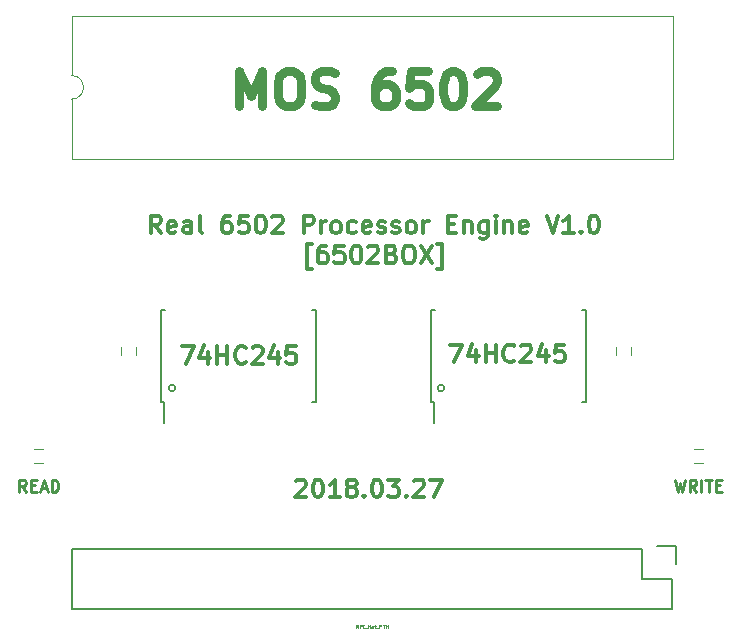
<source format=gbr>
G04 #@! TF.FileFunction,Legend,Top*
%FSLAX46Y46*%
G04 Gerber Fmt 4.6, Leading zero omitted, Abs format (unit mm)*
G04 Created by KiCad (PCBNEW 4.0.7) date 03/27/18 19:59:39*
%MOMM*%
%LPD*%
G01*
G04 APERTURE LIST*
%ADD10C,0.100000*%
%ADD11C,0.300000*%
%ADD12C,0.250000*%
%ADD13C,0.200000*%
%ADD14C,0.750000*%
%ADD15C,0.150000*%
%ADD16C,0.120000*%
%ADD17C,0.030000*%
G04 APERTURE END LIST*
D10*
D11*
X160227144Y-106255429D02*
X160298573Y-106184000D01*
X160441430Y-106112571D01*
X160798573Y-106112571D01*
X160941430Y-106184000D01*
X161012859Y-106255429D01*
X161084287Y-106398286D01*
X161084287Y-106541143D01*
X161012859Y-106755429D01*
X160155716Y-107612571D01*
X161084287Y-107612571D01*
X162012858Y-106112571D02*
X162155715Y-106112571D01*
X162298572Y-106184000D01*
X162370001Y-106255429D01*
X162441430Y-106398286D01*
X162512858Y-106684000D01*
X162512858Y-107041143D01*
X162441430Y-107326857D01*
X162370001Y-107469714D01*
X162298572Y-107541143D01*
X162155715Y-107612571D01*
X162012858Y-107612571D01*
X161870001Y-107541143D01*
X161798572Y-107469714D01*
X161727144Y-107326857D01*
X161655715Y-107041143D01*
X161655715Y-106684000D01*
X161727144Y-106398286D01*
X161798572Y-106255429D01*
X161870001Y-106184000D01*
X162012858Y-106112571D01*
X163941429Y-107612571D02*
X163084286Y-107612571D01*
X163512858Y-107612571D02*
X163512858Y-106112571D01*
X163370001Y-106326857D01*
X163227143Y-106469714D01*
X163084286Y-106541143D01*
X164798572Y-106755429D02*
X164655714Y-106684000D01*
X164584286Y-106612571D01*
X164512857Y-106469714D01*
X164512857Y-106398286D01*
X164584286Y-106255429D01*
X164655714Y-106184000D01*
X164798572Y-106112571D01*
X165084286Y-106112571D01*
X165227143Y-106184000D01*
X165298572Y-106255429D01*
X165370000Y-106398286D01*
X165370000Y-106469714D01*
X165298572Y-106612571D01*
X165227143Y-106684000D01*
X165084286Y-106755429D01*
X164798572Y-106755429D01*
X164655714Y-106826857D01*
X164584286Y-106898286D01*
X164512857Y-107041143D01*
X164512857Y-107326857D01*
X164584286Y-107469714D01*
X164655714Y-107541143D01*
X164798572Y-107612571D01*
X165084286Y-107612571D01*
X165227143Y-107541143D01*
X165298572Y-107469714D01*
X165370000Y-107326857D01*
X165370000Y-107041143D01*
X165298572Y-106898286D01*
X165227143Y-106826857D01*
X165084286Y-106755429D01*
X166012857Y-107469714D02*
X166084285Y-107541143D01*
X166012857Y-107612571D01*
X165941428Y-107541143D01*
X166012857Y-107469714D01*
X166012857Y-107612571D01*
X167012857Y-106112571D02*
X167155714Y-106112571D01*
X167298571Y-106184000D01*
X167370000Y-106255429D01*
X167441429Y-106398286D01*
X167512857Y-106684000D01*
X167512857Y-107041143D01*
X167441429Y-107326857D01*
X167370000Y-107469714D01*
X167298571Y-107541143D01*
X167155714Y-107612571D01*
X167012857Y-107612571D01*
X166870000Y-107541143D01*
X166798571Y-107469714D01*
X166727143Y-107326857D01*
X166655714Y-107041143D01*
X166655714Y-106684000D01*
X166727143Y-106398286D01*
X166798571Y-106255429D01*
X166870000Y-106184000D01*
X167012857Y-106112571D01*
X168012857Y-106112571D02*
X168941428Y-106112571D01*
X168441428Y-106684000D01*
X168655714Y-106684000D01*
X168798571Y-106755429D01*
X168870000Y-106826857D01*
X168941428Y-106969714D01*
X168941428Y-107326857D01*
X168870000Y-107469714D01*
X168798571Y-107541143D01*
X168655714Y-107612571D01*
X168227142Y-107612571D01*
X168084285Y-107541143D01*
X168012857Y-107469714D01*
X169584285Y-107469714D02*
X169655713Y-107541143D01*
X169584285Y-107612571D01*
X169512856Y-107541143D01*
X169584285Y-107469714D01*
X169584285Y-107612571D01*
X170227142Y-106255429D02*
X170298571Y-106184000D01*
X170441428Y-106112571D01*
X170798571Y-106112571D01*
X170941428Y-106184000D01*
X171012857Y-106255429D01*
X171084285Y-106398286D01*
X171084285Y-106541143D01*
X171012857Y-106755429D01*
X170155714Y-107612571D01*
X171084285Y-107612571D01*
X171584285Y-106112571D02*
X172584285Y-106112571D01*
X171941428Y-107612571D01*
X150555144Y-94809571D02*
X151555144Y-94809571D01*
X150912287Y-96309571D01*
X152769429Y-95309571D02*
X152769429Y-96309571D01*
X152412286Y-94738143D02*
X152055143Y-95809571D01*
X152983715Y-95809571D01*
X153555143Y-96309571D02*
X153555143Y-94809571D01*
X153555143Y-95523857D02*
X154412286Y-95523857D01*
X154412286Y-96309571D02*
X154412286Y-94809571D01*
X155983715Y-96166714D02*
X155912286Y-96238143D01*
X155698000Y-96309571D01*
X155555143Y-96309571D01*
X155340858Y-96238143D01*
X155198000Y-96095286D01*
X155126572Y-95952429D01*
X155055143Y-95666714D01*
X155055143Y-95452429D01*
X155126572Y-95166714D01*
X155198000Y-95023857D01*
X155340858Y-94881000D01*
X155555143Y-94809571D01*
X155698000Y-94809571D01*
X155912286Y-94881000D01*
X155983715Y-94952429D01*
X156555143Y-94952429D02*
X156626572Y-94881000D01*
X156769429Y-94809571D01*
X157126572Y-94809571D01*
X157269429Y-94881000D01*
X157340858Y-94952429D01*
X157412286Y-95095286D01*
X157412286Y-95238143D01*
X157340858Y-95452429D01*
X156483715Y-96309571D01*
X157412286Y-96309571D01*
X158698000Y-95309571D02*
X158698000Y-96309571D01*
X158340857Y-94738143D02*
X157983714Y-95809571D01*
X158912286Y-95809571D01*
X160198000Y-94809571D02*
X159483714Y-94809571D01*
X159412285Y-95523857D01*
X159483714Y-95452429D01*
X159626571Y-95381000D01*
X159983714Y-95381000D01*
X160126571Y-95452429D01*
X160198000Y-95523857D01*
X160269428Y-95666714D01*
X160269428Y-96023857D01*
X160198000Y-96166714D01*
X160126571Y-96238143D01*
X159983714Y-96309571D01*
X159626571Y-96309571D01*
X159483714Y-96238143D01*
X159412285Y-96166714D01*
X173288144Y-94682571D02*
X174288144Y-94682571D01*
X173645287Y-96182571D01*
X175502429Y-95182571D02*
X175502429Y-96182571D01*
X175145286Y-94611143D02*
X174788143Y-95682571D01*
X175716715Y-95682571D01*
X176288143Y-96182571D02*
X176288143Y-94682571D01*
X176288143Y-95396857D02*
X177145286Y-95396857D01*
X177145286Y-96182571D02*
X177145286Y-94682571D01*
X178716715Y-96039714D02*
X178645286Y-96111143D01*
X178431000Y-96182571D01*
X178288143Y-96182571D01*
X178073858Y-96111143D01*
X177931000Y-95968286D01*
X177859572Y-95825429D01*
X177788143Y-95539714D01*
X177788143Y-95325429D01*
X177859572Y-95039714D01*
X177931000Y-94896857D01*
X178073858Y-94754000D01*
X178288143Y-94682571D01*
X178431000Y-94682571D01*
X178645286Y-94754000D01*
X178716715Y-94825429D01*
X179288143Y-94825429D02*
X179359572Y-94754000D01*
X179502429Y-94682571D01*
X179859572Y-94682571D01*
X180002429Y-94754000D01*
X180073858Y-94825429D01*
X180145286Y-94968286D01*
X180145286Y-95111143D01*
X180073858Y-95325429D01*
X179216715Y-96182571D01*
X180145286Y-96182571D01*
X181431000Y-95182571D02*
X181431000Y-96182571D01*
X181073857Y-94611143D02*
X180716714Y-95682571D01*
X181645286Y-95682571D01*
X182931000Y-94682571D02*
X182216714Y-94682571D01*
X182145285Y-95396857D01*
X182216714Y-95325429D01*
X182359571Y-95254000D01*
X182716714Y-95254000D01*
X182859571Y-95325429D01*
X182931000Y-95396857D01*
X183002428Y-95539714D01*
X183002428Y-95896857D01*
X182931000Y-96039714D01*
X182859571Y-96111143D01*
X182716714Y-96182571D01*
X182359571Y-96182571D01*
X182216714Y-96111143D01*
X182145285Y-96039714D01*
D12*
X192310000Y-106132381D02*
X192548095Y-107132381D01*
X192738572Y-106418095D01*
X192929048Y-107132381D01*
X193167143Y-106132381D01*
X194119524Y-107132381D02*
X193786190Y-106656190D01*
X193548095Y-107132381D02*
X193548095Y-106132381D01*
X193929048Y-106132381D01*
X194024286Y-106180000D01*
X194071905Y-106227619D01*
X194119524Y-106322857D01*
X194119524Y-106465714D01*
X194071905Y-106560952D01*
X194024286Y-106608571D01*
X193929048Y-106656190D01*
X193548095Y-106656190D01*
X194548095Y-107132381D02*
X194548095Y-106132381D01*
X194881428Y-106132381D02*
X195452857Y-106132381D01*
X195167142Y-107132381D02*
X195167142Y-106132381D01*
X195786190Y-106608571D02*
X196119524Y-106608571D01*
X196262381Y-107132381D02*
X195786190Y-107132381D01*
X195786190Y-106132381D01*
X196262381Y-106132381D01*
X137358572Y-107132381D02*
X137025238Y-106656190D01*
X136787143Y-107132381D02*
X136787143Y-106132381D01*
X137168096Y-106132381D01*
X137263334Y-106180000D01*
X137310953Y-106227619D01*
X137358572Y-106322857D01*
X137358572Y-106465714D01*
X137310953Y-106560952D01*
X137263334Y-106608571D01*
X137168096Y-106656190D01*
X136787143Y-106656190D01*
X137787143Y-106608571D02*
X138120477Y-106608571D01*
X138263334Y-107132381D02*
X137787143Y-107132381D01*
X137787143Y-106132381D01*
X138263334Y-106132381D01*
X138644286Y-106846667D02*
X139120477Y-106846667D01*
X138549048Y-107132381D02*
X138882381Y-106132381D01*
X139215715Y-107132381D01*
X139549048Y-107132381D02*
X139549048Y-106132381D01*
X139787143Y-106132381D01*
X139930001Y-106180000D01*
X140025239Y-106275238D01*
X140072858Y-106370476D01*
X140120477Y-106560952D01*
X140120477Y-106703810D01*
X140072858Y-106894286D01*
X140025239Y-106989524D01*
X139930001Y-107084762D01*
X139787143Y-107132381D01*
X139549048Y-107132381D01*
D11*
X148806574Y-85255571D02*
X148306574Y-84541286D01*
X147949431Y-85255571D02*
X147949431Y-83755571D01*
X148520859Y-83755571D01*
X148663717Y-83827000D01*
X148735145Y-83898429D01*
X148806574Y-84041286D01*
X148806574Y-84255571D01*
X148735145Y-84398429D01*
X148663717Y-84469857D01*
X148520859Y-84541286D01*
X147949431Y-84541286D01*
X150020859Y-85184143D02*
X149878002Y-85255571D01*
X149592288Y-85255571D01*
X149449431Y-85184143D01*
X149378002Y-85041286D01*
X149378002Y-84469857D01*
X149449431Y-84327000D01*
X149592288Y-84255571D01*
X149878002Y-84255571D01*
X150020859Y-84327000D01*
X150092288Y-84469857D01*
X150092288Y-84612714D01*
X149378002Y-84755571D01*
X151378002Y-85255571D02*
X151378002Y-84469857D01*
X151306573Y-84327000D01*
X151163716Y-84255571D01*
X150878002Y-84255571D01*
X150735145Y-84327000D01*
X151378002Y-85184143D02*
X151235145Y-85255571D01*
X150878002Y-85255571D01*
X150735145Y-85184143D01*
X150663716Y-85041286D01*
X150663716Y-84898429D01*
X150735145Y-84755571D01*
X150878002Y-84684143D01*
X151235145Y-84684143D01*
X151378002Y-84612714D01*
X152306574Y-85255571D02*
X152163716Y-85184143D01*
X152092288Y-85041286D01*
X152092288Y-83755571D01*
X154663716Y-83755571D02*
X154378002Y-83755571D01*
X154235145Y-83827000D01*
X154163716Y-83898429D01*
X154020859Y-84112714D01*
X153949430Y-84398429D01*
X153949430Y-84969857D01*
X154020859Y-85112714D01*
X154092287Y-85184143D01*
X154235145Y-85255571D01*
X154520859Y-85255571D01*
X154663716Y-85184143D01*
X154735145Y-85112714D01*
X154806573Y-84969857D01*
X154806573Y-84612714D01*
X154735145Y-84469857D01*
X154663716Y-84398429D01*
X154520859Y-84327000D01*
X154235145Y-84327000D01*
X154092287Y-84398429D01*
X154020859Y-84469857D01*
X153949430Y-84612714D01*
X156163716Y-83755571D02*
X155449430Y-83755571D01*
X155378001Y-84469857D01*
X155449430Y-84398429D01*
X155592287Y-84327000D01*
X155949430Y-84327000D01*
X156092287Y-84398429D01*
X156163716Y-84469857D01*
X156235144Y-84612714D01*
X156235144Y-84969857D01*
X156163716Y-85112714D01*
X156092287Y-85184143D01*
X155949430Y-85255571D01*
X155592287Y-85255571D01*
X155449430Y-85184143D01*
X155378001Y-85112714D01*
X157163715Y-83755571D02*
X157306572Y-83755571D01*
X157449429Y-83827000D01*
X157520858Y-83898429D01*
X157592287Y-84041286D01*
X157663715Y-84327000D01*
X157663715Y-84684143D01*
X157592287Y-84969857D01*
X157520858Y-85112714D01*
X157449429Y-85184143D01*
X157306572Y-85255571D01*
X157163715Y-85255571D01*
X157020858Y-85184143D01*
X156949429Y-85112714D01*
X156878001Y-84969857D01*
X156806572Y-84684143D01*
X156806572Y-84327000D01*
X156878001Y-84041286D01*
X156949429Y-83898429D01*
X157020858Y-83827000D01*
X157163715Y-83755571D01*
X158235143Y-83898429D02*
X158306572Y-83827000D01*
X158449429Y-83755571D01*
X158806572Y-83755571D01*
X158949429Y-83827000D01*
X159020858Y-83898429D01*
X159092286Y-84041286D01*
X159092286Y-84184143D01*
X159020858Y-84398429D01*
X158163715Y-85255571D01*
X159092286Y-85255571D01*
X160878000Y-85255571D02*
X160878000Y-83755571D01*
X161449428Y-83755571D01*
X161592286Y-83827000D01*
X161663714Y-83898429D01*
X161735143Y-84041286D01*
X161735143Y-84255571D01*
X161663714Y-84398429D01*
X161592286Y-84469857D01*
X161449428Y-84541286D01*
X160878000Y-84541286D01*
X162378000Y-85255571D02*
X162378000Y-84255571D01*
X162378000Y-84541286D02*
X162449428Y-84398429D01*
X162520857Y-84327000D01*
X162663714Y-84255571D01*
X162806571Y-84255571D01*
X163520857Y-85255571D02*
X163377999Y-85184143D01*
X163306571Y-85112714D01*
X163235142Y-84969857D01*
X163235142Y-84541286D01*
X163306571Y-84398429D01*
X163377999Y-84327000D01*
X163520857Y-84255571D01*
X163735142Y-84255571D01*
X163877999Y-84327000D01*
X163949428Y-84398429D01*
X164020857Y-84541286D01*
X164020857Y-84969857D01*
X163949428Y-85112714D01*
X163877999Y-85184143D01*
X163735142Y-85255571D01*
X163520857Y-85255571D01*
X165306571Y-85184143D02*
X165163714Y-85255571D01*
X164878000Y-85255571D01*
X164735142Y-85184143D01*
X164663714Y-85112714D01*
X164592285Y-84969857D01*
X164592285Y-84541286D01*
X164663714Y-84398429D01*
X164735142Y-84327000D01*
X164878000Y-84255571D01*
X165163714Y-84255571D01*
X165306571Y-84327000D01*
X166520856Y-85184143D02*
X166377999Y-85255571D01*
X166092285Y-85255571D01*
X165949428Y-85184143D01*
X165877999Y-85041286D01*
X165877999Y-84469857D01*
X165949428Y-84327000D01*
X166092285Y-84255571D01*
X166377999Y-84255571D01*
X166520856Y-84327000D01*
X166592285Y-84469857D01*
X166592285Y-84612714D01*
X165877999Y-84755571D01*
X167163713Y-85184143D02*
X167306570Y-85255571D01*
X167592285Y-85255571D01*
X167735142Y-85184143D01*
X167806570Y-85041286D01*
X167806570Y-84969857D01*
X167735142Y-84827000D01*
X167592285Y-84755571D01*
X167377999Y-84755571D01*
X167235142Y-84684143D01*
X167163713Y-84541286D01*
X167163713Y-84469857D01*
X167235142Y-84327000D01*
X167377999Y-84255571D01*
X167592285Y-84255571D01*
X167735142Y-84327000D01*
X168377999Y-85184143D02*
X168520856Y-85255571D01*
X168806571Y-85255571D01*
X168949428Y-85184143D01*
X169020856Y-85041286D01*
X169020856Y-84969857D01*
X168949428Y-84827000D01*
X168806571Y-84755571D01*
X168592285Y-84755571D01*
X168449428Y-84684143D01*
X168377999Y-84541286D01*
X168377999Y-84469857D01*
X168449428Y-84327000D01*
X168592285Y-84255571D01*
X168806571Y-84255571D01*
X168949428Y-84327000D01*
X169878000Y-85255571D02*
X169735142Y-85184143D01*
X169663714Y-85112714D01*
X169592285Y-84969857D01*
X169592285Y-84541286D01*
X169663714Y-84398429D01*
X169735142Y-84327000D01*
X169878000Y-84255571D01*
X170092285Y-84255571D01*
X170235142Y-84327000D01*
X170306571Y-84398429D01*
X170378000Y-84541286D01*
X170378000Y-84969857D01*
X170306571Y-85112714D01*
X170235142Y-85184143D01*
X170092285Y-85255571D01*
X169878000Y-85255571D01*
X171020857Y-85255571D02*
X171020857Y-84255571D01*
X171020857Y-84541286D02*
X171092285Y-84398429D01*
X171163714Y-84327000D01*
X171306571Y-84255571D01*
X171449428Y-84255571D01*
X173092285Y-84469857D02*
X173592285Y-84469857D01*
X173806571Y-85255571D02*
X173092285Y-85255571D01*
X173092285Y-83755571D01*
X173806571Y-83755571D01*
X174449428Y-84255571D02*
X174449428Y-85255571D01*
X174449428Y-84398429D02*
X174520856Y-84327000D01*
X174663714Y-84255571D01*
X174877999Y-84255571D01*
X175020856Y-84327000D01*
X175092285Y-84469857D01*
X175092285Y-85255571D01*
X176449428Y-84255571D02*
X176449428Y-85469857D01*
X176377999Y-85612714D01*
X176306571Y-85684143D01*
X176163714Y-85755571D01*
X175949428Y-85755571D01*
X175806571Y-85684143D01*
X176449428Y-85184143D02*
X176306571Y-85255571D01*
X176020857Y-85255571D01*
X175877999Y-85184143D01*
X175806571Y-85112714D01*
X175735142Y-84969857D01*
X175735142Y-84541286D01*
X175806571Y-84398429D01*
X175877999Y-84327000D01*
X176020857Y-84255571D01*
X176306571Y-84255571D01*
X176449428Y-84327000D01*
X177163714Y-85255571D02*
X177163714Y-84255571D01*
X177163714Y-83755571D02*
X177092285Y-83827000D01*
X177163714Y-83898429D01*
X177235142Y-83827000D01*
X177163714Y-83755571D01*
X177163714Y-83898429D01*
X177878000Y-84255571D02*
X177878000Y-85255571D01*
X177878000Y-84398429D02*
X177949428Y-84327000D01*
X178092286Y-84255571D01*
X178306571Y-84255571D01*
X178449428Y-84327000D01*
X178520857Y-84469857D01*
X178520857Y-85255571D01*
X179806571Y-85184143D02*
X179663714Y-85255571D01*
X179378000Y-85255571D01*
X179235143Y-85184143D01*
X179163714Y-85041286D01*
X179163714Y-84469857D01*
X179235143Y-84327000D01*
X179378000Y-84255571D01*
X179663714Y-84255571D01*
X179806571Y-84327000D01*
X179878000Y-84469857D01*
X179878000Y-84612714D01*
X179163714Y-84755571D01*
X181449428Y-83755571D02*
X181949428Y-85255571D01*
X182449428Y-83755571D01*
X183735142Y-85255571D02*
X182877999Y-85255571D01*
X183306571Y-85255571D02*
X183306571Y-83755571D01*
X183163714Y-83969857D01*
X183020856Y-84112714D01*
X182877999Y-84184143D01*
X184377999Y-85112714D02*
X184449427Y-85184143D01*
X184377999Y-85255571D01*
X184306570Y-85184143D01*
X184377999Y-85112714D01*
X184377999Y-85255571D01*
X185377999Y-83755571D02*
X185520856Y-83755571D01*
X185663713Y-83827000D01*
X185735142Y-83898429D01*
X185806571Y-84041286D01*
X185877999Y-84327000D01*
X185877999Y-84684143D01*
X185806571Y-84969857D01*
X185735142Y-85112714D01*
X185663713Y-85184143D01*
X185520856Y-85255571D01*
X185377999Y-85255571D01*
X185235142Y-85184143D01*
X185163713Y-85112714D01*
X185092285Y-84969857D01*
X185020856Y-84684143D01*
X185020856Y-84327000D01*
X185092285Y-84041286D01*
X185163713Y-83898429D01*
X185235142Y-83827000D01*
X185377999Y-83755571D01*
X161556572Y-88305571D02*
X161199429Y-88305571D01*
X161199429Y-86162714D01*
X161556572Y-86162714D01*
X162770858Y-86305571D02*
X162485144Y-86305571D01*
X162342287Y-86377000D01*
X162270858Y-86448429D01*
X162128001Y-86662714D01*
X162056572Y-86948429D01*
X162056572Y-87519857D01*
X162128001Y-87662714D01*
X162199429Y-87734143D01*
X162342287Y-87805571D01*
X162628001Y-87805571D01*
X162770858Y-87734143D01*
X162842287Y-87662714D01*
X162913715Y-87519857D01*
X162913715Y-87162714D01*
X162842287Y-87019857D01*
X162770858Y-86948429D01*
X162628001Y-86877000D01*
X162342287Y-86877000D01*
X162199429Y-86948429D01*
X162128001Y-87019857D01*
X162056572Y-87162714D01*
X164270858Y-86305571D02*
X163556572Y-86305571D01*
X163485143Y-87019857D01*
X163556572Y-86948429D01*
X163699429Y-86877000D01*
X164056572Y-86877000D01*
X164199429Y-86948429D01*
X164270858Y-87019857D01*
X164342286Y-87162714D01*
X164342286Y-87519857D01*
X164270858Y-87662714D01*
X164199429Y-87734143D01*
X164056572Y-87805571D01*
X163699429Y-87805571D01*
X163556572Y-87734143D01*
X163485143Y-87662714D01*
X165270857Y-86305571D02*
X165413714Y-86305571D01*
X165556571Y-86377000D01*
X165628000Y-86448429D01*
X165699429Y-86591286D01*
X165770857Y-86877000D01*
X165770857Y-87234143D01*
X165699429Y-87519857D01*
X165628000Y-87662714D01*
X165556571Y-87734143D01*
X165413714Y-87805571D01*
X165270857Y-87805571D01*
X165128000Y-87734143D01*
X165056571Y-87662714D01*
X164985143Y-87519857D01*
X164913714Y-87234143D01*
X164913714Y-86877000D01*
X164985143Y-86591286D01*
X165056571Y-86448429D01*
X165128000Y-86377000D01*
X165270857Y-86305571D01*
X166342285Y-86448429D02*
X166413714Y-86377000D01*
X166556571Y-86305571D01*
X166913714Y-86305571D01*
X167056571Y-86377000D01*
X167128000Y-86448429D01*
X167199428Y-86591286D01*
X167199428Y-86734143D01*
X167128000Y-86948429D01*
X166270857Y-87805571D01*
X167199428Y-87805571D01*
X168342285Y-87019857D02*
X168556571Y-87091286D01*
X168627999Y-87162714D01*
X168699428Y-87305571D01*
X168699428Y-87519857D01*
X168627999Y-87662714D01*
X168556571Y-87734143D01*
X168413713Y-87805571D01*
X167842285Y-87805571D01*
X167842285Y-86305571D01*
X168342285Y-86305571D01*
X168485142Y-86377000D01*
X168556571Y-86448429D01*
X168627999Y-86591286D01*
X168627999Y-86734143D01*
X168556571Y-86877000D01*
X168485142Y-86948429D01*
X168342285Y-87019857D01*
X167842285Y-87019857D01*
X169627999Y-86305571D02*
X169913713Y-86305571D01*
X170056571Y-86377000D01*
X170199428Y-86519857D01*
X170270856Y-86805571D01*
X170270856Y-87305571D01*
X170199428Y-87591286D01*
X170056571Y-87734143D01*
X169913713Y-87805571D01*
X169627999Y-87805571D01*
X169485142Y-87734143D01*
X169342285Y-87591286D01*
X169270856Y-87305571D01*
X169270856Y-86805571D01*
X169342285Y-86519857D01*
X169485142Y-86377000D01*
X169627999Y-86305571D01*
X170770857Y-86305571D02*
X171770857Y-87805571D01*
X171770857Y-86305571D02*
X170770857Y-87805571D01*
X172199428Y-88305571D02*
X172556571Y-88305571D01*
X172556571Y-86162714D01*
X172199428Y-86162714D01*
D13*
X172783501Y-98361500D02*
G75*
G03X172783501Y-98361500I-283981J0D01*
G01*
X150016981Y-98361500D02*
G75*
G03X150016981Y-98361500I-283981J0D01*
G01*
D14*
X155385858Y-74509143D02*
X155385858Y-71509143D01*
X156385858Y-73652000D01*
X157385858Y-71509143D01*
X157385858Y-74509143D01*
X159385857Y-71509143D02*
X159957286Y-71509143D01*
X160243000Y-71652000D01*
X160528714Y-71937714D01*
X160671572Y-72509143D01*
X160671572Y-73509143D01*
X160528714Y-74080571D01*
X160243000Y-74366286D01*
X159957286Y-74509143D01*
X159385857Y-74509143D01*
X159100143Y-74366286D01*
X158814429Y-74080571D01*
X158671572Y-73509143D01*
X158671572Y-72509143D01*
X158814429Y-71937714D01*
X159100143Y-71652000D01*
X159385857Y-71509143D01*
X161814429Y-74366286D02*
X162243000Y-74509143D01*
X162957286Y-74509143D01*
X163243000Y-74366286D01*
X163385857Y-74223429D01*
X163528714Y-73937714D01*
X163528714Y-73652000D01*
X163385857Y-73366286D01*
X163243000Y-73223429D01*
X162957286Y-73080571D01*
X162385857Y-72937714D01*
X162100143Y-72794857D01*
X161957286Y-72652000D01*
X161814429Y-72366286D01*
X161814429Y-72080571D01*
X161957286Y-71794857D01*
X162100143Y-71652000D01*
X162385857Y-71509143D01*
X163100143Y-71509143D01*
X163528714Y-71652000D01*
X168385857Y-71509143D02*
X167814428Y-71509143D01*
X167528714Y-71652000D01*
X167385857Y-71794857D01*
X167100143Y-72223429D01*
X166957286Y-72794857D01*
X166957286Y-73937714D01*
X167100143Y-74223429D01*
X167243000Y-74366286D01*
X167528714Y-74509143D01*
X168100143Y-74509143D01*
X168385857Y-74366286D01*
X168528714Y-74223429D01*
X168671571Y-73937714D01*
X168671571Y-73223429D01*
X168528714Y-72937714D01*
X168385857Y-72794857D01*
X168100143Y-72652000D01*
X167528714Y-72652000D01*
X167243000Y-72794857D01*
X167100143Y-72937714D01*
X166957286Y-73223429D01*
X171385857Y-71509143D02*
X169957286Y-71509143D01*
X169814429Y-72937714D01*
X169957286Y-72794857D01*
X170243000Y-72652000D01*
X170957286Y-72652000D01*
X171243000Y-72794857D01*
X171385857Y-72937714D01*
X171528714Y-73223429D01*
X171528714Y-73937714D01*
X171385857Y-74223429D01*
X171243000Y-74366286D01*
X170957286Y-74509143D01*
X170243000Y-74509143D01*
X169957286Y-74366286D01*
X169814429Y-74223429D01*
X173385857Y-71509143D02*
X173671572Y-71509143D01*
X173957286Y-71652000D01*
X174100143Y-71794857D01*
X174243000Y-72080571D01*
X174385857Y-72652000D01*
X174385857Y-73366286D01*
X174243000Y-73937714D01*
X174100143Y-74223429D01*
X173957286Y-74366286D01*
X173671572Y-74509143D01*
X173385857Y-74509143D01*
X173100143Y-74366286D01*
X172957286Y-74223429D01*
X172814429Y-73937714D01*
X172671572Y-73366286D01*
X172671572Y-72652000D01*
X172814429Y-72080571D01*
X172957286Y-71794857D01*
X173100143Y-71652000D01*
X173385857Y-71509143D01*
X175528715Y-71794857D02*
X175671572Y-71652000D01*
X175957286Y-71509143D01*
X176671572Y-71509143D01*
X176957286Y-71652000D01*
X177100143Y-71794857D01*
X177243000Y-72080571D01*
X177243000Y-72366286D01*
X177100143Y-72794857D01*
X175385857Y-74509143D01*
X177243000Y-74509143D01*
D15*
X148809000Y-99506000D02*
X149059000Y-99506000D01*
X148809000Y-91756000D02*
X149144000Y-91756000D01*
X161959000Y-91756000D02*
X161624000Y-91756000D01*
X161959000Y-99506000D02*
X161624000Y-99506000D01*
X148809000Y-99506000D02*
X148809000Y-91756000D01*
X161959000Y-99506000D02*
X161959000Y-91756000D01*
X149059000Y-99506000D02*
X149059000Y-101306000D01*
X171669000Y-99506000D02*
X171919000Y-99506000D01*
X171669000Y-91756000D02*
X172004000Y-91756000D01*
X184819000Y-91756000D02*
X184484000Y-91756000D01*
X184819000Y-99506000D02*
X184484000Y-99506000D01*
X171669000Y-99506000D02*
X171669000Y-91756000D01*
X184819000Y-99506000D02*
X184819000Y-91756000D01*
X171919000Y-99506000D02*
X171919000Y-101306000D01*
X141288000Y-117094000D02*
X192088000Y-117094000D01*
X189548000Y-112014000D02*
X141288000Y-112014000D01*
X141288000Y-117094000D02*
X141288000Y-112014000D01*
X192088000Y-117094000D02*
X192088000Y-114554000D01*
X192368000Y-113284000D02*
X192368000Y-111734000D01*
X192088000Y-114554000D02*
X189548000Y-114554000D01*
X189548000Y-114554000D02*
X189548000Y-112014000D01*
X192368000Y-111734000D02*
X190818000Y-111734000D01*
D16*
X141228000Y-71898000D02*
G75*
G02X141228000Y-73898000I0J-1000000D01*
G01*
X141228000Y-73898000D02*
X141228000Y-78958000D01*
X141228000Y-78958000D02*
X192148000Y-78958000D01*
X192148000Y-78958000D02*
X192148000Y-66838000D01*
X192148000Y-66838000D02*
X141228000Y-66838000D01*
X141228000Y-66838000D02*
X141228000Y-71898000D01*
X145450000Y-95600000D02*
X145450000Y-94900000D01*
X146650000Y-94900000D02*
X146650000Y-95600000D01*
X187360000Y-95600000D02*
X187360000Y-94900000D01*
X188560000Y-94900000D02*
X188560000Y-95600000D01*
X138080000Y-103540000D02*
X138780000Y-103540000D01*
X138780000Y-104740000D02*
X138080000Y-104740000D01*
X193960000Y-103540000D02*
X194660000Y-103540000D01*
X194660000Y-104740000D02*
X193960000Y-104740000D01*
D17*
X165510857Y-118689714D02*
X165410857Y-118546857D01*
X165339429Y-118689714D02*
X165339429Y-118389714D01*
X165453714Y-118389714D01*
X165482286Y-118404000D01*
X165496571Y-118418286D01*
X165510857Y-118446857D01*
X165510857Y-118489714D01*
X165496571Y-118518286D01*
X165482286Y-118532571D01*
X165453714Y-118546857D01*
X165339429Y-118546857D01*
X165639429Y-118689714D02*
X165639429Y-118389714D01*
X165753714Y-118389714D01*
X165782286Y-118404000D01*
X165796571Y-118418286D01*
X165810857Y-118446857D01*
X165810857Y-118489714D01*
X165796571Y-118518286D01*
X165782286Y-118532571D01*
X165753714Y-118546857D01*
X165639429Y-118546857D01*
X165939429Y-118689714D02*
X165939429Y-118489714D01*
X165939429Y-118389714D02*
X165925143Y-118404000D01*
X165939429Y-118418286D01*
X165953714Y-118404000D01*
X165939429Y-118389714D01*
X165939429Y-118418286D01*
X166010857Y-118718286D02*
X166239428Y-118718286D01*
X166310857Y-118689714D02*
X166310857Y-118389714D01*
X166310857Y-118532571D02*
X166482285Y-118532571D01*
X166482285Y-118689714D02*
X166482285Y-118389714D01*
X166753714Y-118689714D02*
X166753714Y-118532571D01*
X166739428Y-118504000D01*
X166710857Y-118489714D01*
X166653714Y-118489714D01*
X166625143Y-118504000D01*
X166753714Y-118675429D02*
X166725143Y-118689714D01*
X166653714Y-118689714D01*
X166625143Y-118675429D01*
X166610857Y-118646857D01*
X166610857Y-118618286D01*
X166625143Y-118589714D01*
X166653714Y-118575429D01*
X166725143Y-118575429D01*
X166753714Y-118561143D01*
X166853714Y-118489714D02*
X166968000Y-118489714D01*
X166896572Y-118389714D02*
X166896572Y-118646857D01*
X166910857Y-118675429D01*
X166939429Y-118689714D01*
X166968000Y-118689714D01*
X166996572Y-118718286D02*
X167225143Y-118718286D01*
X167296572Y-118689714D02*
X167296572Y-118389714D01*
X167410857Y-118389714D01*
X167439429Y-118404000D01*
X167453714Y-118418286D01*
X167468000Y-118446857D01*
X167468000Y-118489714D01*
X167453714Y-118518286D01*
X167439429Y-118532571D01*
X167410857Y-118546857D01*
X167296572Y-118546857D01*
X167553714Y-118389714D02*
X167725143Y-118389714D01*
X167639429Y-118689714D02*
X167639429Y-118389714D01*
X167825143Y-118689714D02*
X167825143Y-118389714D01*
X167825143Y-118532571D02*
X167996571Y-118532571D01*
X167996571Y-118689714D02*
X167996571Y-118389714D01*
M02*

</source>
